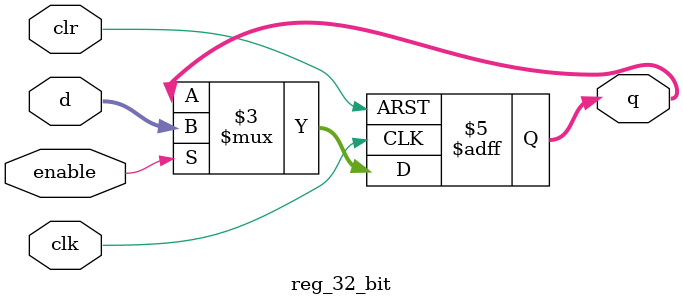
<source format=v>
module reg_32_bit #(parameter init_val = 0)(
    output reg [31:0] q,
    input wire [31:0] d,
    input wire clk,
    input wire clr,
    input wire enable
    );

initial 
begin
    q = init_val;
end

always @(posedge clk or posedge clr)
begin

    if (clr)
        q <= 0;
    else if (enable)
        q <= d;
end

endmodule
</source>
